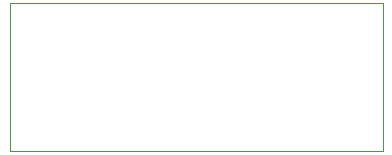
<source format=gbr>
%TF.GenerationSoftware,KiCad,Pcbnew,9.0.1*%
%TF.CreationDate,2025-07-08T09:29:25+02:00*%
%TF.ProjectId,Neopixel USB,4e656f70-6978-4656-9c20-5553422e6b69,rev?*%
%TF.SameCoordinates,Original*%
%TF.FileFunction,Profile,NP*%
%FSLAX46Y46*%
G04 Gerber Fmt 4.6, Leading zero omitted, Abs format (unit mm)*
G04 Created by KiCad (PCBNEW 9.0.1) date 2025-07-08 09:29:25*
%MOMM*%
%LPD*%
G01*
G04 APERTURE LIST*
%TA.AperFunction,Profile*%
%ADD10C,0.050000*%
%TD*%
G04 APERTURE END LIST*
D10*
X30000000Y-15000000D02*
X61600000Y-15000000D01*
X61600000Y-27500000D01*
X30000000Y-27500000D01*
X30000000Y-15000000D01*
M02*

</source>
